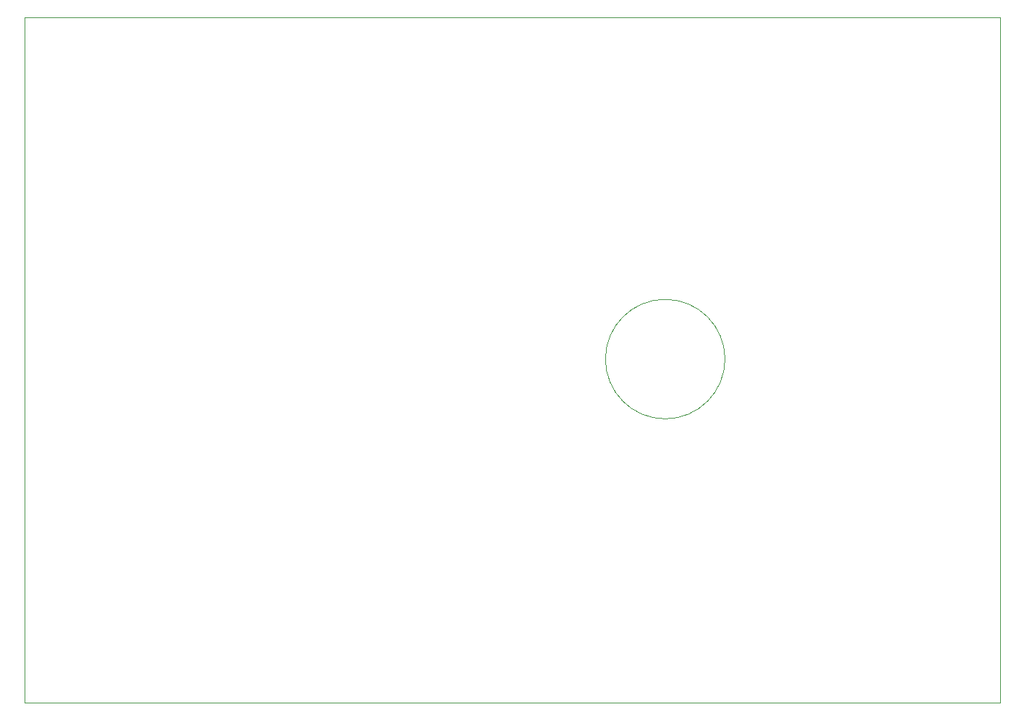
<source format=gbr>
%TF.GenerationSoftware,KiCad,Pcbnew,8.0.4*%
%TF.CreationDate,2025-02-03T15:53:43-05:00*%
%TF.ProjectId,AerospaceBigButton,4165726f-7370-4616-9365-426967427574,rev?*%
%TF.SameCoordinates,Original*%
%TF.FileFunction,Profile,NP*%
%FSLAX46Y46*%
G04 Gerber Fmt 4.6, Leading zero omitted, Abs format (unit mm)*
G04 Created by KiCad (PCBNEW 8.0.4) date 2025-02-03 15:53:43*
%MOMM*%
%LPD*%
G01*
G04 APERTURE LIST*
%TA.AperFunction,Profile*%
%ADD10C,0.050000*%
%TD*%
G04 APERTURE END LIST*
D10*
X50000000Y-15000000D02*
X164180000Y-15000000D01*
X164180000Y-95240000D01*
X50000000Y-95240000D01*
X50000000Y-15000000D01*
%TO.C,SW1*%
X132000000Y-55000000D02*
G75*
G02*
X118000000Y-55000000I-7000000J0D01*
G01*
X118000000Y-55000000D02*
G75*
G02*
X132000000Y-55000000I7000000J0D01*
G01*
%TD*%
M02*

</source>
